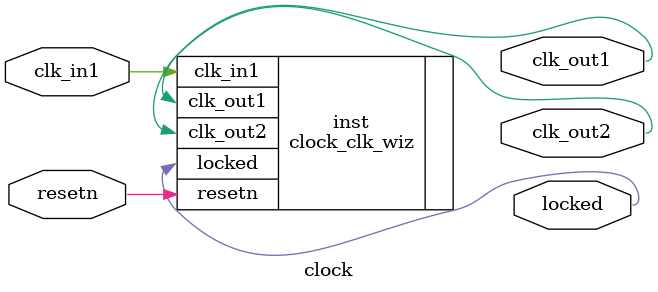
<source format=v>


`timescale 1ps/1ps

(* CORE_GENERATION_INFO = "clock,clk_wiz_v6_0_2_0_0,{component_name=clock,use_phase_alignment=true,use_min_o_jitter=false,use_max_i_jitter=false,use_dyn_phase_shift=false,use_inclk_switchover=false,use_dyn_reconfig=false,enable_axi=0,feedback_source=FDBK_AUTO,PRIMITIVE=MMCM,num_out_clk=2,clkin1_period=20.000,clkin2_period=10.0,use_power_down=false,use_reset=true,use_locked=true,use_inclk_stopped=false,feedback_type=SINGLE,CLOCK_MGR_TYPE=NA,manual_override=false}" *)

module clock 
 (
  // Clock out ports
  output        clk_out1,
  output        clk_out2,
  // Status and control signals
  input         resetn,
  output        locked,
 // Clock in ports
  input         clk_in1
 );

  clock_clk_wiz inst
  (
  // Clock out ports  
  .clk_out1(clk_out1),
  .clk_out2(clk_out2),
  // Status and control signals               
  .resetn(resetn), 
  .locked(locked),
 // Clock in ports
  .clk_in1(clk_in1)
  );

endmodule

</source>
